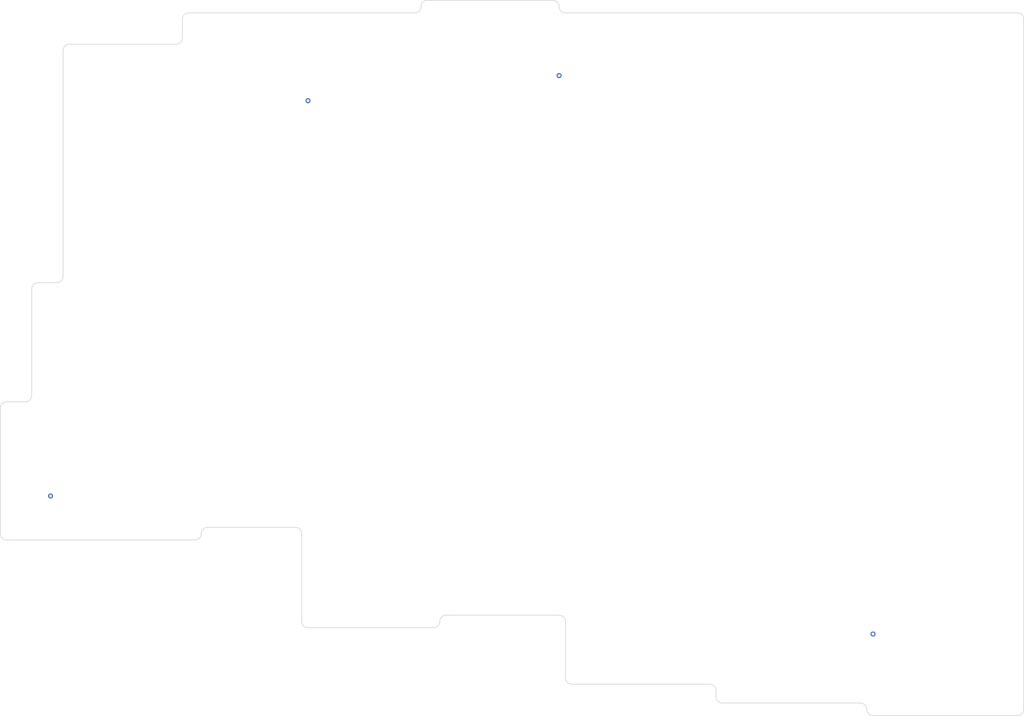
<source format=kicad_pcb>
(kicad_pcb (version 20241229) (generator "pcbnew") (generator_version "9.0")
  (layers (0 "F.Cu" signal) (2 "B.Cu" signal) (13 "F.Paste" user) (15 "B.Paste" user) (5 "F.SilkS" user "F.Silkscreen") (7 "B.SilkS" user "B.Silkscreen") (1 "F.Mask" user) (3 "B.Mask" user) (25 "Edge.Cuts" user))
  (net 0 "")
  (net 1 "Row4")
  (net 2 "Col0")
  (net 3 "Col1")
  (net 4 "Col3")
  (footprint "kbd_Hole:m2_Screw_Hole" (layer "F.Cu") (at 61 37)
    (property "Reference" "hole1")
    (property "Value" "Val**")
    (pad "" np_thru_hole circle (at 0 0) (size 2.2 2.2) (drill 2.2) (layers "*.Cu" "*.Mask"))
  )
  (footprint "kbd_Hole:m2_Screw_Hole" (layer "F.Cu") (at 119 126)
    (property "Reference" "hole5")
    (property "Value" "Val**")
    (pad "" np_thru_hole circle (at 0 0) (size 2.2 2.2) (drill 2.2) (layers "*.Cu" "*.Mask"))
  )
  (footprint "kbd_Hole:m2_Screw_Hole" (layer "F.Cu") (at 32 99)
    (property "Reference" "hole6")
    (property "Value" "Val**")
    (pad "" np_thru_hole circle (at 0 0) (size 2.2 2.2) (drill 2.2) (layers "*.Cu" "*.Mask"))
  )
  (footprint "kbd_Hole:m2_Screw_Hole" (layer "F.Cu") (at 152 37)
    (property "Reference" "hole2")
    (property "Value" "Val**")
    (pad "" np_thru_hole circle (at 0 0) (size 2.2 2.2) (drill 2.2) (layers "*.Cu" "*.Mask"))
  )
  (footprint "kbd_Hole:m2_Screw_Hole" (layer "F.Cu") (at 167 130)
    (property "Reference" "hole4")
    (property "Value" "Val**")
    (pad "" np_thru_hole circle (at 0 0) (size 2.2 2.2) (drill 2.2) (layers "*.Cu" "*.Mask"))
  )
  (gr_line (start 119 140) (end 119 131) (stroke (width 0.1)) (layer "Edge.Cuts"))
  (gr_arc (start 58 38) (mid 57.707107 38.707107) (end 57 39) (stroke (width 0.1)) (layer "Edge.Cuts"))
  (gr_line (start 35 77) (end 38 77) (stroke (width 0.1)) (layer "Edge.Cuts"))
  (gr_line (start 29 117) (end 29 97) (stroke (width 0.1)) (layer "Edge.Cuts"))
  (gr_arc (start 34 78) (mid 34.292893 77.292893) (end 35 77) (stroke (width 0.1)) (layer "Edge.Cuts"))
  (gr_arc (start 76 116) (mid 76.707107 116.292893) (end 77 117) (stroke (width 0.1)) (layer "Edge.Cuts"))
  (gr_arc (start 29 97) (mid 29.292893 96.292893) (end 30 96) (stroke (width 0.1)) (layer "Edge.Cuts"))
  (gr_arc (start 99 131) (mid 99.292893 130.292893) (end 100 130) (stroke (width 0.1)) (layer "Edge.Cuts"))
  (gr_line (start 192 35) (end 192 145) (stroke (width 0.1)) (layer "Edge.Cuts"))
  (gr_line (start 143 143) (end 143 142) (stroke (width 0.1)) (layer "Edge.Cuts"))
  (gr_arc (start 120 141) (mid 119.292893 140.707107) (end 119 140) (stroke (width 0.1)) (layer "Edge.Cuts"))
  (gr_arc (start 39 40) (mid 39.292893 39.292893) (end 40 39) (stroke (width 0.1)) (layer "Edge.Cuts"))
  (gr_line (start 58 38) (end 58 35) (stroke (width 0.1)) (layer "Edge.Cuts"))
  (gr_arc (start 96 33) (mid 95.707107 33.707107) (end 95 34) (stroke (width 0.1)) (layer "Edge.Cuts"))
  (gr_arc (start 166 144) (mid 166.707107 144.292893) (end 167 145) (stroke (width 0.1)) (layer "Edge.Cuts"))
  (gr_arc (start 39 76) (mid 38.707107 76.707107) (end 38 77) (stroke (width 0.1)) (layer "Edge.Cuts"))
  (gr_arc (start 78 132) (mid 77.292893 131.707107) (end 77 131) (stroke (width 0.1)) (layer "Edge.Cuts"))
  (gr_arc (start 192 145) (mid 191.707107 145.707107) (end 191 146) (stroke (width 0.1)) (layer "Edge.Cuts"))
  (gr_arc (start 168 146) (mid 167.292893 145.707107) (end 167 145) (stroke (width 0.1)) (layer "Edge.Cuts"))
  (gr_line (start 62 116) (end 76 116) (stroke (width 0.1)) (layer "Edge.Cuts"))
  (gr_arc (start 142 141) (mid 142.707107 141.292893) (end 143 142) (stroke (width 0.1)) (layer "Edge.Cuts"))
  (gr_line (start 119 34) (end 191 34) (stroke (width 0.1)) (layer "Edge.Cuts"))
  (gr_arc (start 61 117) (mid 60.707107 117.707107) (end 60 118) (stroke (width 0.1)) (layer "Edge.Cuts"))
  (gr_arc (start 34 95) (mid 33.707107 95.707107) (end 33 96) (stroke (width 0.1)) (layer "Edge.Cuts"))
  (gr_arc (start 96 33) (mid 96.292893 32.292893) (end 97 32) (stroke (width 0.1)) (layer "Edge.Cuts"))
  (gr_line (start 60 118) (end 30 118) (stroke (width 0.1)) (layer "Edge.Cuts"))
  (gr_arc (start 117 32) (mid 117.707107 32.292893) (end 118 33) (stroke (width 0.1)) (layer "Edge.Cuts"))
  (gr_arc (start 144 144) (mid 143.292893 143.707107) (end 143 143) (stroke (width 0.1)) (layer "Edge.Cuts"))
  (gr_line (start 118 130) (end 100 130) (stroke (width 0.1)) (layer "Edge.Cuts"))
  (gr_line (start 168 146) (end 191 146) (stroke (width 0.1)) (layer "Edge.Cuts"))
  (gr_line (start 59 34) (end 95 34) (stroke (width 0.1)) (layer "Edge.Cuts"))
  (gr_arc (start 58 35) (mid 58.292893 34.292893) (end 59 34) (stroke (width 0.1)) (layer "Edge.Cuts"))
  (gr_arc (start 119 34) (mid 118.292893 33.707107) (end 118 33) (stroke (width 0.1)) (layer "Edge.Cuts"))
  (gr_arc (start 118 130) (mid 118.707107 130.292893) (end 119 131) (stroke (width 0.1)) (layer "Edge.Cuts"))
  (gr_arc (start 61 117) (mid 61.292893 116.292893) (end 62 116) (stroke (width 0.1)) (layer "Edge.Cuts"))
  (gr_line (start 39 76) (end 39 40) (stroke (width 0.1)) (layer "Edge.Cuts"))
  (gr_arc (start 30 118) (mid 29.292893 117.707107) (end 29 117) (stroke (width 0.1)) (layer "Edge.Cuts"))
  (gr_line (start 98 132) (end 78 132) (stroke (width 0.1)) (layer "Edge.Cuts"))
  (gr_line (start 166 144) (end 144 144) (stroke (width 0.1)) (layer "Edge.Cuts"))
  (gr_line (start 34 95) (end 34 78) (stroke (width 0.1)) (layer "Edge.Cuts"))
  (gr_line (start 77 131) (end 77 117) (stroke (width 0.1)) (layer "Edge.Cuts"))
  (gr_line (start 40 39) (end 57 39) (stroke (width 0.1)) (layer "Edge.Cuts"))
  (gr_arc (start 191 34) (mid 191.707107 34.292893) (end 192 35) (stroke (width 0.1)) (layer "Edge.Cuts"))
  (gr_line (start 142 141) (end 120 141) (stroke (width 0.1)) (layer "Edge.Cuts"))
  (gr_arc (start 99 131) (mid 98.707107 131.707107) (end 98 132) (stroke (width 0.1)) (layer "Edge.Cuts"))
  (gr_line (start 97 32) (end 117 32) (stroke (width 0.1)) (layer "Edge.Cuts"))
  (gr_line (start 33 96) (end 30 96) (stroke (width 0.1)) (layer "Edge.Cuts"))
  (via (at 168 133) (size 0.8) (drill 0.4) (layers "F.Cu" "B.Cu") (net 1))
  (via (at 37 111) (size 0.8) (drill 0.4) (layers "F.Cu" "B.Cu") (net 2))
  (via (at 78 48) (size 0.8) (drill 0.4) (layers "F.Cu" "B.Cu") (net 3))
  (via (at 118 44) (size 0.8) (drill 0.4) (layers "F.Cu" "B.Cu") (net 4))
)
</source>
